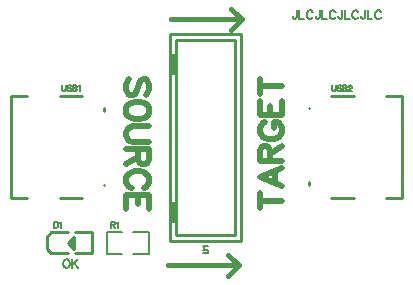
<source format=gto>
G04 Layer: TopSilkscreenLayer*
G04 EasyEDA v6.5.48, 2025-03-23 21:54:44*
G04 e818f5d5cf304f8aac4085ec7bc2d957,b9277fd2045942759ab1a28cc0c323af,10*
G04 Gerber Generator version 0.2*
G04 Scale: 100 percent, Rotated: No, Reflected: No *
G04 Dimensions in millimeters *
G04 leading zeros omitted , absolute positions ,4 integer and 5 decimal *
%FSLAX45Y45*%
%MOMM*%

%ADD10C,0.5000*%
%ADD11C,0.2030*%
%ADD12C,0.1524*%
%ADD13C,0.4000*%
%ADD14C,0.2540*%
%ADD15C,0.0164*%

%LPD*%
D10*
X2703322Y5513070D02*
G01*
X2897124Y5513070D01*
X2703322Y5448300D02*
G01*
X2703322Y5577586D01*
X2703322Y5712460D02*
G01*
X2897124Y5638545D01*
X2703322Y5712460D02*
G01*
X2897124Y5786373D01*
X2832608Y5666231D02*
G01*
X2832608Y5758687D01*
X2703322Y5847334D02*
G01*
X2897124Y5847334D01*
X2703322Y5847334D02*
G01*
X2703322Y5930392D01*
X2712465Y5958078D01*
X2721609Y5967476D01*
X2740152Y5976620D01*
X2758693Y5976620D01*
X2777236Y5967476D01*
X2786379Y5958078D01*
X2795524Y5930392D01*
X2795524Y5847334D01*
X2795524Y5911850D02*
G01*
X2897124Y5976620D01*
X2749550Y6176010D02*
G01*
X2731008Y6166865D01*
X2712465Y6148323D01*
X2703322Y6130036D01*
X2703322Y6092952D01*
X2712465Y6074410D01*
X2731008Y6056121D01*
X2749550Y6046723D01*
X2777236Y6037579D01*
X2823209Y6037579D01*
X2851150Y6046723D01*
X2869438Y6056121D01*
X2887979Y6074410D01*
X2897124Y6092952D01*
X2897124Y6130036D01*
X2887979Y6148323D01*
X2869438Y6166865D01*
X2851150Y6176010D01*
X2823209Y6176010D01*
X2823209Y6130036D02*
G01*
X2823209Y6176010D01*
X2703322Y6236970D02*
G01*
X2897124Y6236970D01*
X2703322Y6236970D02*
G01*
X2703322Y6357112D01*
X2795524Y6236970D02*
G01*
X2795524Y6310884D01*
X2897124Y6236970D02*
G01*
X2897124Y6357112D01*
X2703322Y6482842D02*
G01*
X2897124Y6482842D01*
X2703322Y6418071D02*
G01*
X2703322Y6547357D01*
X1739392Y6411213D02*
G01*
X1757934Y6429755D01*
X1767078Y6457442D01*
X1767078Y6494271D01*
X1757934Y6521957D01*
X1739392Y6540500D01*
X1720850Y6540500D01*
X1702562Y6531355D01*
X1693163Y6521957D01*
X1684020Y6503670D01*
X1665478Y6448044D01*
X1656334Y6429755D01*
X1647189Y6420357D01*
X1628647Y6411213D01*
X1600962Y6411213D01*
X1582420Y6429755D01*
X1573276Y6457442D01*
X1573276Y6494271D01*
X1582420Y6521957D01*
X1600962Y6540500D01*
X1767078Y6294881D02*
G01*
X1757934Y6313170D01*
X1739392Y6331712D01*
X1720850Y6341110D01*
X1693163Y6350254D01*
X1647189Y6350254D01*
X1619250Y6341110D01*
X1600962Y6331712D01*
X1582420Y6313170D01*
X1573276Y6294881D01*
X1573276Y6257797D01*
X1582420Y6239510D01*
X1600962Y6220968D01*
X1619250Y6211570D01*
X1647189Y6202426D01*
X1693163Y6202426D01*
X1720850Y6211570D01*
X1739392Y6220968D01*
X1757934Y6239510D01*
X1767078Y6257797D01*
X1767078Y6294881D01*
X1767078Y6141465D02*
G01*
X1628647Y6141465D01*
X1600962Y6132321D01*
X1582420Y6113779D01*
X1573276Y6086094D01*
X1573276Y6067552D01*
X1582420Y6039865D01*
X1600962Y6021323D01*
X1628647Y6012179D01*
X1767078Y6012179D01*
X1767078Y5951220D02*
G01*
X1573276Y5951220D01*
X1767078Y5951220D02*
G01*
X1767078Y5868162D01*
X1757934Y5840476D01*
X1748789Y5831078D01*
X1730247Y5821934D01*
X1711705Y5821934D01*
X1693163Y5831078D01*
X1684020Y5840476D01*
X1674876Y5868162D01*
X1674876Y5951220D01*
X1674876Y5886450D02*
G01*
X1573276Y5821934D01*
X1720850Y5622289D02*
G01*
X1739392Y5631687D01*
X1757934Y5650229D01*
X1767078Y5668518D01*
X1767078Y5705602D01*
X1757934Y5723889D01*
X1739392Y5742431D01*
X1720850Y5751829D01*
X1693163Y5760973D01*
X1647189Y5760973D01*
X1619250Y5751829D01*
X1600962Y5742431D01*
X1582420Y5723889D01*
X1573276Y5705602D01*
X1573276Y5668518D01*
X1582420Y5650229D01*
X1600962Y5631687D01*
X1619250Y5622289D01*
X1767078Y5561329D02*
G01*
X1573276Y5561329D01*
X1767078Y5561329D02*
G01*
X1767078Y5441442D01*
X1674876Y5561329D02*
G01*
X1674876Y5487670D01*
X1573276Y5561329D02*
G01*
X1573276Y5441442D01*
D11*
X3018281Y7123684D02*
G01*
X3018281Y7069581D01*
X3014979Y7059421D01*
X3011677Y7055865D01*
X3004820Y7052563D01*
X2997961Y7052563D01*
X2991358Y7055865D01*
X2987802Y7059421D01*
X2984500Y7069581D01*
X2984500Y7076186D01*
X3040634Y7123684D02*
G01*
X3040634Y7052563D01*
X3040634Y7052563D02*
G01*
X3081274Y7052563D01*
X3154425Y7106665D02*
G01*
X3151124Y7113523D01*
X3144265Y7120381D01*
X3137661Y7123684D01*
X3123945Y7123684D01*
X3117341Y7120381D01*
X3110484Y7113523D01*
X3107181Y7106665D01*
X3103625Y7096505D01*
X3103625Y7079742D01*
X3107181Y7069581D01*
X3110484Y7062723D01*
X3117341Y7055865D01*
X3123945Y7052563D01*
X3137661Y7052563D01*
X3144265Y7055865D01*
X3151124Y7062723D01*
X3154425Y7069581D01*
X3210813Y7123684D02*
G01*
X3210813Y7069581D01*
X3207258Y7059421D01*
X3203956Y7055865D01*
X3197097Y7052563D01*
X3190493Y7052563D01*
X3183636Y7055865D01*
X3180334Y7059421D01*
X3176777Y7069581D01*
X3176777Y7076186D01*
X3233165Y7123684D02*
G01*
X3233165Y7052563D01*
X3233165Y7052563D02*
G01*
X3273806Y7052563D01*
X3346958Y7106665D02*
G01*
X3343402Y7113523D01*
X3336797Y7120381D01*
X3329940Y7123684D01*
X3316477Y7123684D01*
X3309620Y7120381D01*
X3302761Y7113523D01*
X3299459Y7106665D01*
X3296158Y7096505D01*
X3296158Y7079742D01*
X3299459Y7069581D01*
X3302761Y7062723D01*
X3309620Y7055865D01*
X3316477Y7052563D01*
X3329940Y7052563D01*
X3336797Y7055865D01*
X3343402Y7062723D01*
X3346958Y7069581D01*
X3403091Y7123684D02*
G01*
X3403091Y7069581D01*
X3399790Y7059421D01*
X3396234Y7055865D01*
X3389629Y7052563D01*
X3382772Y7052563D01*
X3375913Y7055865D01*
X3372611Y7059421D01*
X3369309Y7069581D01*
X3369309Y7076186D01*
X3425443Y7123684D02*
G01*
X3425443Y7052563D01*
X3425443Y7052563D02*
G01*
X3466084Y7052563D01*
X3539236Y7106665D02*
G01*
X3535679Y7113523D01*
X3529075Y7120381D01*
X3522218Y7123684D01*
X3508756Y7123684D01*
X3501897Y7120381D01*
X3495040Y7113523D01*
X3491738Y7106665D01*
X3488436Y7096505D01*
X3488436Y7079742D01*
X3491738Y7069581D01*
X3495040Y7062723D01*
X3501897Y7055865D01*
X3508756Y7052563D01*
X3522218Y7052563D01*
X3529075Y7055865D01*
X3535679Y7062723D01*
X3539236Y7069581D01*
X3595370Y7123684D02*
G01*
X3595370Y7069581D01*
X3592068Y7059421D01*
X3588511Y7055865D01*
X3581908Y7052563D01*
X3575050Y7052563D01*
X3568191Y7055865D01*
X3564890Y7059421D01*
X3561588Y7069581D01*
X3561588Y7076186D01*
X3617722Y7123684D02*
G01*
X3617722Y7052563D01*
X3617722Y7052563D02*
G01*
X3658361Y7052563D01*
X3731513Y7106665D02*
G01*
X3728211Y7113523D01*
X3721354Y7120381D01*
X3714495Y7123684D01*
X3701034Y7123684D01*
X3694175Y7120381D01*
X3687572Y7113523D01*
X3684015Y7106665D01*
X3680713Y7096505D01*
X3680713Y7079742D01*
X3684015Y7069581D01*
X3687572Y7062723D01*
X3694175Y7055865D01*
X3701034Y7052563D01*
X3714495Y7052563D01*
X3721354Y7055865D01*
X3728211Y7062723D01*
X3731513Y7069581D01*
X1061720Y5015484D02*
G01*
X1054862Y5012181D01*
X1048257Y5005323D01*
X1044702Y4998465D01*
X1041400Y4988305D01*
X1041400Y4971542D01*
X1044702Y4961381D01*
X1048257Y4954523D01*
X1054862Y4947665D01*
X1061720Y4944363D01*
X1075181Y4944363D01*
X1082039Y4947665D01*
X1088897Y4954523D01*
X1092200Y4961381D01*
X1095502Y4971542D01*
X1095502Y4988305D01*
X1092200Y4998465D01*
X1088897Y5005323D01*
X1082039Y5012181D01*
X1075181Y5015484D01*
X1061720Y5015484D01*
X1117854Y5015484D02*
G01*
X1117854Y4944363D01*
X1165352Y5015484D02*
G01*
X1117854Y4967986D01*
X1134871Y4985004D02*
G01*
X1165352Y4944363D01*
D12*
X965200Y5333745D02*
G01*
X965200Y5285994D01*
X965200Y5333745D02*
G01*
X981202Y5333745D01*
X987805Y5331460D01*
X992378Y5326887D01*
X994663Y5322315D01*
X996950Y5315457D01*
X996950Y5304028D01*
X994663Y5297170D01*
X992378Y5292852D01*
X987805Y5288279D01*
X981202Y5285994D01*
X965200Y5285994D01*
X1011936Y5324602D02*
G01*
X1016507Y5326887D01*
X1023365Y5333745D01*
X1023365Y5285994D01*
X1447800Y5333745D02*
G01*
X1447800Y5285994D01*
X1447800Y5333745D02*
G01*
X1468373Y5333745D01*
X1474978Y5331460D01*
X1477263Y5329173D01*
X1479550Y5324602D01*
X1479550Y5320029D01*
X1477263Y5315457D01*
X1474978Y5313171D01*
X1468373Y5310886D01*
X1447800Y5310886D01*
X1463802Y5310886D02*
G01*
X1479550Y5285994D01*
X1494536Y5324602D02*
G01*
X1499107Y5326887D01*
X1505965Y5333745D01*
X1505965Y5285994D01*
X2222754Y5067300D02*
G01*
X2257043Y5067300D01*
X2263647Y5069586D01*
X2268220Y5074157D01*
X2270506Y5081015D01*
X2270506Y5085587D01*
X2268220Y5092192D01*
X2263647Y5096763D01*
X2257043Y5099050D01*
X2222754Y5099050D01*
X2231897Y5114036D02*
G01*
X2229611Y5118607D01*
X2222754Y5125465D01*
X2270506Y5125465D01*
X1028700Y6489445D02*
G01*
X1028700Y6455155D01*
X1030986Y6448552D01*
X1035557Y6443979D01*
X1042415Y6441694D01*
X1046987Y6441694D01*
X1053592Y6443979D01*
X1058163Y6448552D01*
X1060450Y6455155D01*
X1060450Y6489445D01*
X1107439Y6482587D02*
G01*
X1102868Y6487160D01*
X1096010Y6489445D01*
X1086865Y6489445D01*
X1080007Y6487160D01*
X1075436Y6482587D01*
X1075436Y6478015D01*
X1077721Y6473444D01*
X1080007Y6471157D01*
X1084579Y6468871D01*
X1098295Y6464300D01*
X1102868Y6462013D01*
X1105154Y6459728D01*
X1107439Y6455155D01*
X1107439Y6448552D01*
X1102868Y6443979D01*
X1096010Y6441694D01*
X1086865Y6441694D01*
X1080007Y6443979D01*
X1075436Y6448552D01*
X1122426Y6489445D02*
G01*
X1122426Y6441694D01*
X1122426Y6489445D02*
G01*
X1142745Y6489445D01*
X1149604Y6487160D01*
X1151889Y6484873D01*
X1154176Y6480302D01*
X1154176Y6475729D01*
X1151889Y6471157D01*
X1149604Y6468871D01*
X1142745Y6466586D01*
X1122426Y6466586D02*
G01*
X1142745Y6466586D01*
X1149604Y6464300D01*
X1151889Y6462013D01*
X1154176Y6457442D01*
X1154176Y6450837D01*
X1151889Y6446265D01*
X1149604Y6443979D01*
X1142745Y6441694D01*
X1122426Y6441694D01*
X1169162Y6480302D02*
G01*
X1173734Y6482587D01*
X1180592Y6489445D01*
X1180592Y6441694D01*
X3314700Y6489445D02*
G01*
X3314700Y6455155D01*
X3316986Y6448552D01*
X3321558Y6443979D01*
X3328415Y6441694D01*
X3332988Y6441694D01*
X3339591Y6443979D01*
X3344163Y6448552D01*
X3346450Y6455155D01*
X3346450Y6489445D01*
X3393440Y6482587D02*
G01*
X3388868Y6487160D01*
X3382009Y6489445D01*
X3372865Y6489445D01*
X3366008Y6487160D01*
X3361436Y6482587D01*
X3361436Y6478015D01*
X3363722Y6473444D01*
X3366008Y6471157D01*
X3370579Y6468871D01*
X3384295Y6464300D01*
X3388868Y6462013D01*
X3391154Y6459728D01*
X3393440Y6455155D01*
X3393440Y6448552D01*
X3388868Y6443979D01*
X3382009Y6441694D01*
X3372865Y6441694D01*
X3366008Y6443979D01*
X3361436Y6448552D01*
X3408425Y6489445D02*
G01*
X3408425Y6441694D01*
X3408425Y6489445D02*
G01*
X3428745Y6489445D01*
X3435604Y6487160D01*
X3437890Y6484873D01*
X3440175Y6480302D01*
X3440175Y6475729D01*
X3437890Y6471157D01*
X3435604Y6468871D01*
X3428745Y6466586D01*
X3408425Y6466586D02*
G01*
X3428745Y6466586D01*
X3435604Y6464300D01*
X3437890Y6462013D01*
X3440175Y6457442D01*
X3440175Y6450837D01*
X3437890Y6446265D01*
X3435604Y6443979D01*
X3428745Y6441694D01*
X3408425Y6441694D01*
X3457447Y6478015D02*
G01*
X3457447Y6480302D01*
X3459734Y6484873D01*
X3462020Y6487160D01*
X3466591Y6489445D01*
X3475481Y6489445D01*
X3480054Y6487160D01*
X3482340Y6484873D01*
X3484625Y6480302D01*
X3484625Y6475729D01*
X3482340Y6471157D01*
X3477768Y6464300D01*
X3455161Y6441694D01*
X3486911Y6441694D01*
D13*
X1955800Y7048500D02*
G01*
X2552700Y7048500D01*
X2463800Y7137400D01*
X1930400Y4965700D02*
G01*
X2527300Y4965700D01*
X2438400Y5054600D01*
X2552700Y7048500D02*
G01*
X2463800Y6959600D01*
X2527300Y4965700D02*
G01*
X2438400Y4876800D01*
D14*
X1096230Y5142351D02*
G01*
X1134899Y5146476D01*
X1134899Y5166199D02*
G01*
X1098712Y5166108D01*
X1134899Y5207800D02*
G01*
X1081412Y5156205D01*
X1081412Y5156205D02*
G01*
X1134899Y5106200D01*
X1134899Y5106200D02*
G01*
X1134899Y5207800D01*
X1143000Y5245100D02*
G01*
X1284986Y5245100D01*
X1284986Y5067300D01*
X1143000Y5067300D01*
X1079500Y5245100D02*
G01*
X939800Y5245100D01*
X1079500Y5067300D02*
G01*
X939800Y5067300D01*
X901700Y5105400D01*
X901700Y5207000D01*
X939800Y5245100D01*
D12*
X1539880Y5247909D02*
G01*
X1411386Y5247909D01*
X1411386Y5064490D01*
X1539880Y5064490D01*
X1635119Y5247909D02*
G01*
X1763613Y5247909D01*
X1763613Y5064490D01*
X1635119Y5064490D01*
D14*
X1972099Y5495203D02*
G01*
X1972099Y5345203D01*
X1997100Y5345203D02*
G01*
X1947100Y5345203D01*
X1997100Y5495203D02*
G01*
X1947100Y5495203D01*
X1972099Y6595303D02*
G01*
X1972099Y6745302D01*
X1997100Y6595303D02*
G01*
X1947100Y6595303D01*
X1997100Y6745302D02*
G01*
X1947100Y6745302D01*
X1997100Y5220195D02*
G01*
X1997100Y6870306D01*
X2497099Y6870306D01*
X2497099Y5220195D01*
X1997100Y5220195D01*
X1947087Y5170182D02*
G01*
X1947087Y6920191D01*
X2547086Y6920191D01*
X2547086Y5170182D01*
X1947087Y5170182D01*
X1384300Y5643394D02*
G01*
X1384300Y5641672D01*
X1384300Y6296312D02*
G01*
X1384300Y6269624D01*
X1009662Y5537118D02*
G01*
X1196441Y5537189D01*
X1009662Y6400891D02*
G01*
X1196467Y6400810D01*
X601558Y5537009D02*
G01*
X733442Y5537009D01*
X601558Y6401010D02*
G01*
X733442Y6401010D01*
X601558Y5537009D02*
G01*
X601558Y6401010D01*
X3124200Y6294605D02*
G01*
X3124200Y6296327D01*
X3124200Y5641687D02*
G01*
X3124200Y5668375D01*
X3498837Y6400881D02*
G01*
X3312058Y6400810D01*
X3498837Y5537108D02*
G01*
X3312033Y5537189D01*
X3906941Y6400990D02*
G01*
X3775057Y6400990D01*
X3906941Y5536989D02*
G01*
X3775057Y5536989D01*
X3906941Y6400990D02*
G01*
X3906941Y5536989D01*
M02*

</source>
